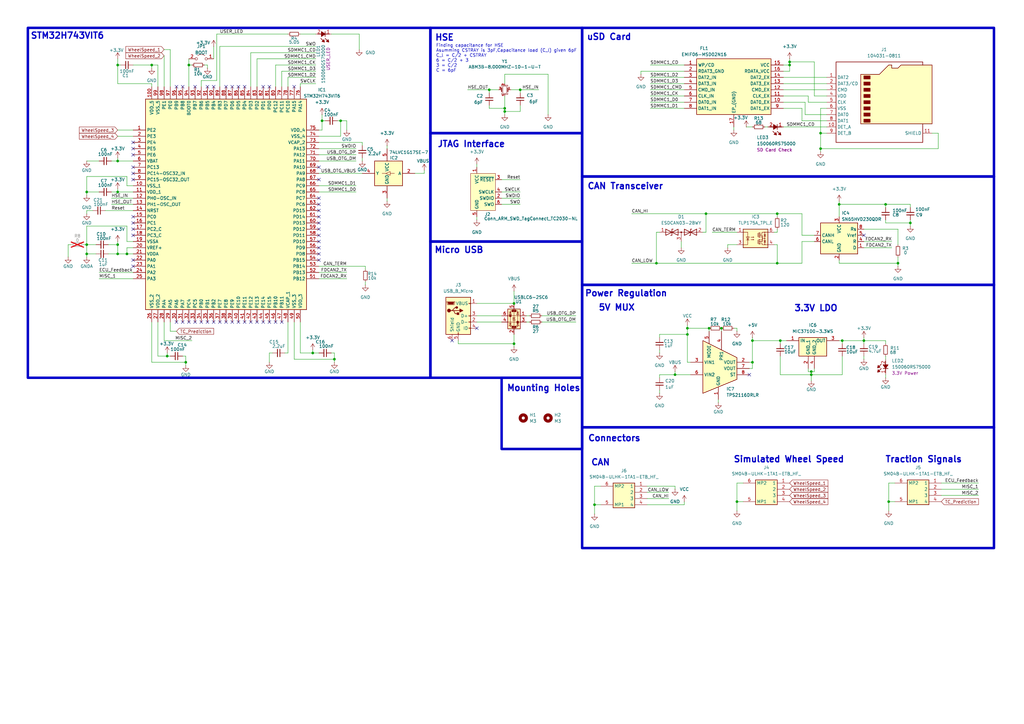
<source format=kicad_sch>
(kicad_sch (version 20250114) (generator "eeschema") (generator_version "9.0")
  (paper "A3")
  (title_block (title "SDM26 Nondimensional Traction Controll Module") (rev "V1.0"))
  (rectangle (start 176.53 54.61) (end 238.76 99.06) (stroke (width 1.016)))
  (rectangle (start 205.74 154.94) (end 238.76 184.15) (stroke (width 1.016)))
  (rectangle (start 176.53 99.06) (end 238.76 154.94) (stroke (width 1.016)))
  (rectangle (start 11.43 11.43) (end 176.53 154.94) (stroke (width 1.016)))
  (rectangle (start 238.76 72.39) (end 407.67 116.84) (stroke (width 1.016)))
  (rectangle (start 238.76 11.43) (end 407.67 72.39) (stroke (width 1.016)))
  (rectangle (start 238.76 116.84) (end 407.67 175.26) (stroke (width 1.016)))
  (rectangle (start 238.76 175.26) (end 407.67 224.79) (stroke (width 1.016)))
  (rectangle (start 176.53 11.43) (end 238.76 54.61) (stroke (width 1.016)))
  (text "HSE" (at 178.308 17.018 0) (effects (font (size 2.54 2.54) (thickness 0.512) (bold yes)) (justify left bottom)))
  (text "Power Regulation" (at 239.776 121.92 0) (effects (font (size 2.54 2.54) (thickness 0.512) (bold yes)) (justify left bottom)))
  (text "Traction Signals" (at 362.966 189.992 0) (effects (font (size 2.54 2.54) (thickness 0.512) (bold yes)) (justify left bottom)))
  (text "Mounting Holes" (at 207.772 160.782 0) (effects (font (size 2.56 2.56) (thickness 0.512) (bold yes)) (justify left bottom)))
  (text "Simulated Wheel Speed" (at 300.736 189.992 0) (effects (font (size 2.54 2.54) (thickness 0.512) (bold yes)) (justify left bottom)))
  (text "STM32H743VIT6" (at 12.446 16.256 0) (effects (font (size 2.54 2.54) (thickness 0.512) (bold yes)) (justify left bottom)))
  (text "uSD Card" (at 240.538 16.764 0) (effects (font (size 2.54 2.54) (thickness 0.512) (bold yes)) (justify left bottom)))
  (text "CAN" (at 242.316 191.262 0) (effects (font (size 2.54 2.54) (thickness 0.512) (bold yes)) (justify left bottom)))
  (text "CAN Transceiver" (at 240.792 77.978 0) (effects (font (size 2.54 2.54) (thickness 0.512) (bold yes)) (justify left bottom)))
  (text "JTAG Interface" (at 179.324 60.706 0) (effects (font (size 2.54 2.54) (thickness 0.512) (bold yes)) (justify left bottom)))
  (text "3.3V LDO" (at 325.628 128.016 0) (effects (font (size 2.54 2.54) (thickness 0.512) (bold yes)) (justify left bottom)))
  (text "5V MUX" (at 245.364 127.762 0) (effects (font (size 2.54 2.54) (thickness 0.512) (bold yes)) (justify left bottom)))
  (text "Finding capacitance for HSE \nAsumming CSTRAY is 3pF,Capacitance load (C_l) given 6pF\nC_l = C/2 + CSTRAY\n6 = C/2 + 3\n3 = C/2\nC = 6pF" (at 178.816 18.034 0) (effects (font (size 1.27 1.27)) (justify left top)))
  (text "Connectors" (at 241.046 181.356 0) (effects (font (size 2.54 2.54) (thickness 0.512) (bold yes)) (justify left bottom)))
  (text "Micro USB" (at 178.054 104.14 0) (effects (font (size 2.54 2.54) (thickness 0.512) (bold yes)) (justify left bottom)))
  (junction (at 132.08 49.53))
  (junction (at 137.16 147.32))
  (junction (at 332.74 152.4))
  (junction (at 368.3 107.95))
  (junction (at 364.49 205.74))
  (junction (at 345.44 139.7))
  (junction (at 308.61 148.59))
  (junction (at 336.55 60.96))
  (junction (at 213.36 36.83))
  (junction (at 76.2 148.59))
  (junction (at 139.7 49.53))
  (junction (at 77.47 26.67))
  (junction (at 128.27 144.78))
  (junction (at 35.56 78.74))
  (junction (at 48.26 66.04))
  (junction (at 281.94 137.16))
  (junction (at 302.26 205.74))
  (junction (at 35.56 100.33))
  (junction (at 48.26 78.74))
  (junction (at 373.38 91.44))
  (junction (at 281.94 134.62))
  (junction (at 207.01 45.72))
  (junction (at 318.77 107.95))
  (junction (at 320.04 139.7))
  (junction (at 344.17 83.82))
  (junction (at 62.23 26.67))
  (junction (at 68.58 146.05))
  (junction (at 318.77 87.63))
  (junction (at 200.66 36.83))
  (junction (at 308.61 139.7))
  (junction (at 289.56 87.63))
  (junction (at 35.56 104.14))
  (junction (at 269.24 107.95))
  (junction (at 276.86 153.67))
  (junction (at 210.82 124.46))
  (junction (at 295.91 134.62))
  (junction (at 48.26 104.14))
  (junction (at 52.07 104.14))
  (junction (at 48.26 100.33))
  (junction (at 354.33 139.7))
  (junction (at 336.55 54.61))
  (junction (at 363.22 83.82))
  (junction (at 207.01 44.45))
  (junction (at 332.74 153.67))
  (junction (at 48.26 26.67))
  (junction (at 323.85 26.67))
  (junction (at 210.82 140.97))
  (junction (at 243.84 207.01))
  (junction (at 290.83 134.62))
  (junction (at 323.85 25.4))
  (no_connect (at 92.71 132.08))
  (no_connect (at 87.63 35.56))
  (no_connect (at 130.81 104.14))
  (no_connect (at 54.61 96.52))
  (no_connect (at 100.33 35.56))
  (no_connect (at 130.81 81.28))
  (no_connect (at 130.81 88.9))
  (no_connect (at 54.61 88.9))
  (no_connect (at 130.81 96.52))
  (no_connect (at 72.39 35.56))
  (no_connect (at 54.61 73.66))
  (no_connect (at 54.61 71.12))
  (no_connect (at 110.49 132.08))
  (no_connect (at 100.33 132.08))
  (no_connect (at 102.87 132.08))
  (no_connect (at 307.34 153.67))
  (no_connect (at 54.61 60.96))
  (no_connect (at 130.81 99.06))
  (no_connect (at 110.49 35.56))
  (no_connect (at 54.61 58.42))
  (no_connect (at 85.09 132.08))
  (no_connect (at 130.81 91.44))
  (no_connect (at 354.33 96.52))
  (no_connect (at 87.63 132.08))
  (no_connect (at 54.61 68.58))
  (no_connect (at 130.81 86.36))
  (no_connect (at 130.81 83.82))
  (no_connect (at 95.25 35.56))
  (no_connect (at 130.81 68.58))
  (no_connect (at 92.71 35.56))
  (no_connect (at 130.81 106.68))
  (no_connect (at 120.65 35.56))
  (no_connect (at 115.57 132.08))
  (no_connect (at 105.41 132.08))
  (no_connect (at 82.55 132.08))
  (no_connect (at 97.79 132.08))
  (no_connect (at 54.61 91.44))
  (no_connect (at 195.58 134.62))
  (no_connect (at 130.81 93.98))
  (no_connect (at 130.81 73.66))
  (no_connect (at 54.61 109.22))
  (no_connect (at 185.42 139.7))
  (no_connect (at 95.25 132.08))
  (no_connect (at 74.93 132.08))
  (no_connect (at 130.81 101.6))
  (no_connect (at 113.03 132.08))
  (no_connect (at 85.09 35.56))
  (no_connect (at 80.01 35.56))
  (no_connect (at 74.93 35.56))
  (no_connect (at 97.79 35.56))
  (no_connect (at 107.95 35.56))
  (no_connect (at 54.61 63.5))
  (no_connect (at 80.01 132.08))
  (no_connect (at 72.39 132.08))
  (no_connect (at 90.17 132.08))
  (no_connect (at 77.47 132.08))
  (no_connect (at 54.61 106.68))
  (no_connect (at 107.95 132.08))
  (no_connect (at 54.61 93.98))
  (wire (pts (xy 276.86 199.39) (xy 276.86 200.66)))
  (wire (pts (xy 113.03 26.67) (xy 129.54 26.67)))
  (wire (pts (xy 344.17 107.95) (xy 368.3 107.95)))
  (wire (pts (xy 48.26 100.33) (xy 48.26 104.14)))
  (wire (pts (xy 320.04 139.7) (xy 320.04 140.97)))
  (wire (pts (xy 265.43 207.01) (xy 280.67 207.01)))
  (wire (pts (xy 69.85 135.89) (xy 72.39 135.89)))
  (wire (pts (xy 243.84 199.39) (xy 243.84 207.01)))
  (wire (pts (xy 332.74 153.67) (xy 332.74 156.21)))
  (wire (pts (xy 262.89 29.21) (xy 262.89 30.48)))
  (wire (pts (xy 54.61 26.67) (xy 62.23 26.67)))
  (wire (pts (xy 135.89 13.97) (xy 147.32 13.97)))
  (wire (pts (xy 129.54 13.97) (xy 123.19 13.97)))
  (wire (pts (xy 363.22 83.82) (xy 363.22 85.09)))
  (wire (pts (xy 48.26 104.14) (xy 52.07 104.14)))
  (wire (pts (xy 270.51 160.02) (xy 270.51 161.29)))
  (wire (pts (xy 354.33 139.7) (xy 363.22 139.7)))
  (wire (pts (xy 334.01 39.37) (xy 334.01 25.4)))
  (wire (pts (xy 269.24 107.95) (xy 318.77 107.95)))
  (wire (pts (xy 289.56 87.63) (xy 318.77 87.63)))
  (wire (pts (xy 35.56 86.36) (xy 38.1 86.36)))
  (wire (pts (xy 328.93 87.63) (xy 328.93 96.52)))
  (wire (pts (xy 35.56 104.14) (xy 35.56 105.41)))
  (wire (pts (xy 82.55 33.02) (xy 88.9 33.02)))
  (wire (pts (xy 289.56 87.63) (xy 289.56 95.25)))
  (wire (pts (xy 45.72 66.04) (xy 48.26 66.04)))
  (wire (pts (xy 200.66 36.83) (xy 204.47 36.83)))
  (wire (pts (xy 64.77 146.05) (xy 68.58 146.05)))
  (wire (pts (xy 158.75 59.69) (xy 158.75 60.96)))
  (wire (pts (xy 64.77 26.67) (xy 64.77 35.56)))
  (wire (pts (xy 266.7 36.83) (xy 280.67 36.83)))
  (wire (pts (xy 76.2 148.59) (xy 76.2 149.86)))
  (wire (pts (xy 48.26 53.34) (xy 54.61 53.34)))
  (wire (pts (xy 308.61 139.7) (xy 320.04 139.7)))
  (wire (pts (xy 48.26 26.67) (xy 48.26 34.29)))
  (wire (pts (xy 205.74 78.74) (xy 213.36 78.74)))
  (wire (pts (xy 270.51 95.25) (xy 269.24 95.25)))
  (wire (pts (xy 45.72 78.74) (xy 48.26 78.74)))
  (wire (pts (xy 320.04 153.67) (xy 332.74 153.67)))
  (wire (pts (xy 318.77 87.63) (xy 318.77 88.9)))
  (wire (pts (xy 224.79 30.48) (xy 224.79 46.99)))
  (wire (pts (xy 280.67 207.01) (xy 280.67 205.74)))
  (wire (pts (xy 318.77 107.95) (xy 318.77 100.33)))
  (wire (pts (xy 48.26 55.88) (xy 54.61 55.88)))
  (wire (pts (xy 132.08 49.53) (xy 133.35 49.53)))
  (wire (pts (xy 105.41 24.13) (xy 129.54 24.13)))
  (wire (pts (xy 120.65 132.08) (xy 120.65 147.32)))
  (wire (pts (xy 363.22 147.32) (xy 363.22 146.05)))
  (wire (pts (xy 102.87 21.59) (xy 129.54 21.59)))
  (wire (pts (xy 62.23 148.59) (xy 76.2 148.59)))
  (wire (pts (xy 35.56 92.71) (xy 35.56 100.33)))
  (wire (pts (xy 200.66 43.18) (xy 200.66 44.45)))
  (wire (pts (xy 130.81 58.42) (xy 148.59 58.42)))
  (wire (pts (xy 300.99 52.07) (xy 300.99 53.34)))
  (wire (pts (xy 270.51 137.16) (xy 281.94 137.16)))
  (wire (pts (xy 67.31 22.86) (xy 67.31 35.56)))
  (wire (pts (xy 118.11 35.56) (xy 118.11 31.75)))
  (wire (pts (xy 321.31 36.83) (xy 339.09 36.83)))
  (wire (pts (xy 339.09 44.45) (xy 336.55 44.45)))
  (wire (pts (xy 209.55 36.83) (xy 213.36 36.83)))
  (wire (pts (xy 368.3 105.41) (xy 368.3 107.95)))
  (wire (pts (xy 52.07 99.06) (xy 52.07 92.71)))
  (wire (pts (xy 304.8 198.12) (xy 302.26 198.12)))
  (wire (pts (xy 54.61 99.06) (xy 52.07 99.06)))
  (wire (pts (xy 62.23 132.08) (xy 62.23 148.59)))
  (wire (pts (xy 207.01 44.45) (xy 207.01 45.72)))
  (wire (pts (xy 27.94 105.41) (xy 27.94 100.33)))
  (wire (pts (xy 259.08 107.95) (xy 269.24 107.95)))
  (wire (pts (xy 69.85 132.08) (xy 69.85 135.89)))
  (wire (pts (xy 52.07 76.2) (xy 52.07 72.39)))
  (wire (pts (xy 130.81 78.74) (xy 146.05 78.74)))
  (wire (pts (xy 130.81 76.2) (xy 146.05 76.2)))
  (wire (pts (xy 207.01 30.48) (xy 224.79 30.48)))
  (wire (pts (xy 123.19 35.56) (xy 123.19 34.29)))
  (wire (pts (xy 48.26 66.04) (xy 48.26 64.77)))
  (wire (pts (xy 130.81 111.76) (xy 142.24 111.76)))
  (wire (pts (xy 354.33 146.05) (xy 354.33 147.32)))
  (wire (pts (xy 137.16 148.59) (xy 137.16 147.32)))
  (wire (pts (xy 386.08 200.66) (xy 401.32 200.66)))
  (wire (pts (xy 35.56 78.74) (xy 35.56 80.01)))
  (wire (pts (xy 307.34 151.13) (xy 308.61 151.13)))
  (wire (pts (xy 187.96 140.97) (xy 210.82 140.97)))
  (wire (pts (xy 187.96 139.7) (xy 187.96 140.97)))
  (wire (pts (xy 266.7 31.75) (xy 280.67 31.75)))
  (wire (pts (xy 306.07 52.07) (xy 308.61 52.07)))
  (wire (pts (xy 137.16 147.32) (xy 120.65 147.32)))
  (wire (pts (xy 207.01 45.72) (xy 213.36 45.72)))
  (wire (pts (xy 139.7 49.53) (xy 142.24 49.53)))
  (wire (pts (xy 149.86 115.57) (xy 149.86 116.84)))
  (wire (pts (xy 77.47 26.67) (xy 77.47 35.56)))
  (wire (pts (xy 280.67 29.21) (xy 262.89 29.21)))
  (wire (pts (xy 344.17 83.82) (xy 363.22 83.82)))
  (wire (pts (xy 147.32 13.97) (xy 147.32 20.32)))
  (wire (pts (xy 354.33 139.7) (xy 354.33 140.97)))
  (wire (pts (xy 328.93 44.45) (xy 328.93 49.53)))
  (wire (pts (xy 298.45 101.6) (xy 298.45 100.33)))
  (wire (pts (xy 345.44 139.7) (xy 354.33 139.7)))
  (wire (pts (xy 123.19 132.08) (xy 123.19 144.78)))
  (wire (pts (xy 332.74 152.4) (xy 332.74 153.67)))
  (wire (pts (xy 116.84 144.78) (xy 118.11 144.78)))
  (wire (pts (xy 288.29 95.25) (xy 289.56 95.25)))
  (wire (pts (xy 345.44 139.7) (xy 345.44 140.97)))
  (wire (pts (xy 195.58 124.46) (xy 210.82 124.46)))
  (wire (pts (xy 344.17 82.55) (xy 344.17 83.82)))
  (wire (pts (xy 331.47 151.13) (xy 331.47 152.4)))
  (wire (pts (xy 27.94 100.33) (xy 29.21 100.33)))
  (wire (pts (xy 384.81 54.61) (xy 384.81 60.96)))
  (wire (pts (xy 128.27 144.78) (xy 130.81 144.78)))
  (wire (pts (xy 69.85 35.56) (xy 69.85 20.32)))
  (wire (pts (xy 82.55 35.56) (xy 82.55 33.02)))
  (wire (pts (xy 62.23 26.67) (xy 62.23 27.94)))
  (wire (pts (xy 320.04 139.7) (xy 322.58 139.7)))
  (wire (pts (xy 74.93 146.05) (xy 76.2 146.05)))
  (wire (pts (xy 110.49 144.78) (xy 111.76 144.78)))
  (wire (pts (xy 54.61 76.2) (xy 52.07 76.2)))
  (wire (pts (xy 363.22 91.44) (xy 373.38 91.44)))
  (wire (pts (xy 345.44 146.05) (xy 345.44 153.67)))
  (wire (pts (xy 45.72 83.82) (xy 54.61 83.82)))
  (wire (pts (xy 207.01 45.72) (xy 207.01 46.99)))
  (wire (pts (xy 213.36 38.1) (xy 213.36 36.83)))
  (wire (pts (xy 68.58 146.05) (xy 69.85 146.05)))
  (wire (pts (xy 130.81 60.96) (xy 146.05 60.96)))
  (wire (pts (xy 330.2 46.99) (xy 339.09 46.99)))
  (wire (pts (xy 85.09 26.67) (xy 85.09 27.94)))
  (wire (pts (xy 115.57 29.21) (xy 129.54 29.21)))
  (wire (pts (xy 281.94 134.62) (xy 281.94 137.16)))
  (wire (pts (xy 213.36 43.18) (xy 213.36 45.72)))
  (wire (pts (xy 373.38 90.17) (xy 373.38 91.44)))
  (wire (pts (xy 336.55 54.61) (xy 336.55 60.96)))
  (wire (pts (xy 332.74 152.4) (xy 334.01 152.4)))
  (wire (pts (xy 328.93 99.06) (xy 334.01 99.06)))
  (wire (pts (xy 43.18 86.36) (xy 54.61 86.36)))
  (wire (pts (xy 205.74 83.82) (xy 213.36 83.82)))
  (wire (pts (xy 132.08 46.99) (xy 132.08 49.53)))
  (wire (pts (xy 330.2 41.91) (xy 330.2 46.99)))
  (wire (pts (xy 213.36 36.83) (xy 220.98 36.83)))
  (wire (pts (xy 130.81 71.12) (xy 148.59 71.12)))
  (wire (pts (xy 130.81 114.3) (xy 142.24 114.3)))
  (wire (pts (xy 336.55 44.45) (xy 336.55 54.61)))
  (wire (pts (xy 363.22 139.7) (xy 363.22 140.97)))
  (wire (pts (xy 48.26 77.47) (xy 48.26 78.74)))
  (wire (pts (xy 78.74 139.7) (xy 67.31 139.7)))
  (wire (pts (xy 373.38 83.82) (xy 373.38 85.09)))
  (wire (pts (xy 222.25 132.08) (xy 236.22 132.08)))
  (wire (pts (xy 195.58 67.31) (xy 195.58 68.58)))
  (wire (pts (xy 200.66 44.45) (xy 207.01 44.45)))
  (wire (pts (xy 266.7 41.91) (xy 280.67 41.91)))
  (wire (pts (xy 40.64 78.74) (xy 35.56 78.74)))
  (wire (pts (xy 246.38 199.39) (xy 243.84 199.39)))
  (wire (pts (xy 323.85 25.4) (xy 323.85 24.13)))
  (wire (pts (xy 118.11 31.75) (xy 129.54 31.75)))
  (wire (pts (xy 210.82 140.97) (xy 210.82 137.16)))
  (wire (pts (xy 215.9 132.08) (xy 217.17 132.08)))
  (wire (pts (xy 52.07 101.6) (xy 54.61 101.6)))
  (wire (pts (xy 368.3 93.98) (xy 368.3 100.33)))
  (wire (pts (xy 62.23 26.67) (xy 64.77 26.67)))
  (wire (pts (xy 52.07 72.39) (xy 35.56 72.39)))
  (wire (pts (xy 44.45 100.33) (xy 48.26 100.33)))
  (wire (pts (xy 118.11 13.97) (xy 88.9 13.97)))
  (wire (pts (xy 52.07 92.71) (xy 35.56 92.71)))
  (wire (pts (xy 270.51 143.51) (xy 270.51 144.78)))
  (wire (pts (xy 266.7 39.37) (xy 280.67 39.37)))
  (wire (pts (xy 44.45 104.14) (xy 48.26 104.14)))
  (wire (pts (xy 243.84 207.01) (xy 246.38 207.01)))
  (wire (pts (xy 308.61 148.59) (xy 308.61 151.13)))
  (wire (pts (xy 158.75 81.28) (xy 158.75 82.55)))
  (wire (pts (xy 149.86 109.22) (xy 149.86 110.49)))
  (wire (pts (xy 139.7 49.53) (xy 138.43 49.53)))
  (wire (pts (xy 334.01 25.4) (xy 323.85 25.4)))
  (wire (pts (xy 302.26 134.62) (xy 302.26 135.89)))
  (wire (pts (xy 128.27 143.51) (xy 128.27 144.78)))
  (wire (pts (xy 40.64 114.3) (xy 54.61 114.3)))
  (wire (pts (xy 323.85 26.67) (xy 323.85 25.4)))
  (wire (pts (xy 195.58 132.08) (xy 205.74 132.08)))
  (wire (pts (xy 354.33 138.43) (xy 354.33 139.7)))
  (wire (pts (xy 49.53 26.67) (xy 48.26 26.67)))
  (wire (pts (xy 123.19 34.29) (xy 129.54 34.29)))
  (wire (pts (xy 320.04 146.05) (xy 320.04 153.67)))
  (wire (pts (xy 265.43 201.93) (xy 274.32 201.93)))
  (wire (pts (xy 344.17 139.7) (xy 345.44 139.7)))
  (wire (pts (xy 321.31 34.29) (xy 339.09 34.29)))
  (wire (pts (xy 48.26 24.13) (xy 48.26 26.67)))
  (wire (pts (xy 321.31 31.75) (xy 339.09 31.75)))
  (wire (pts (xy 332.74 153.67) (xy 345.44 153.67)))
  (wire (pts (xy 45.72 81.28) (xy 54.61 81.28)))
  (wire (pts (xy 137.16 144.78) (xy 137.16 147.32)))
  (wire (pts (xy 52.07 101.6) (xy 52.07 104.14)))
  (wire (pts (xy 276.86 153.67) (xy 270.51 153.67)))
  (wire (pts (xy 87.63 19.05) (xy 87.63 24.13)))
  (wire (pts (xy 344.17 106.68) (xy 344.17 107.95)))
  (wire (pts (xy 321.31 44.45) (xy 328.93 44.45)))
  (wire (pts (xy 290.83 134.62) (xy 290.83 135.89)))
  (wire (pts (xy 77.47 26.67) (xy 78.74 26.67)))
  (wire (pts (xy 113.03 35.56) (xy 113.03 26.67)))
  (wire (pts (xy 321.31 39.37) (xy 331.47 39.37)))
  (wire (pts (xy 318.77 93.98) (xy 318.77 95.25)))
  (wire (pts (xy 318.77 87.63) (xy 328.93 87.63)))
  (wire (pts (xy 88.9 33.02) (xy 88.9 13.97)))
  (wire (pts (xy 207.01 39.37) (xy 207.01 44.45)))
  (wire (pts (xy 354.33 99.06) (xy 365.76 99.06)))
  (wire (pts (xy 318.77 100.33) (xy 317.5 100.33)))
  (wire (pts (xy 62.23 35.56) (xy 62.23 34.29)))
  (wire (pts (xy 170.18 71.12) (xy 173.99 71.12)))
  (wire (pts (xy 110.49 144.78) (xy 110.49 148.59)))
  (wire (pts (xy 318.77 95.25) (xy 317.5 95.25)))
  (wire (pts (xy 67.31 20.32) (xy 69.85 20.32)))
  (wire (pts (xy 142.24 49.53) (xy 142.24 53.34)))
  (wire (pts (xy 173.99 71.12) (xy 173.99 69.85)))
  (wire (pts (xy 321.31 52.07) (xy 339.09 52.07)))
  (wire (pts (xy 83.82 26.67) (xy 85.09 26.67)))
  (wire (pts (xy 266.7 44.45) (xy 280.67 44.45)))
  (wire (pts (xy 132.08 53.34) (xy 130.81 53.34)))
  (wire (pts (xy 118.11 132.08) (xy 118.11 144.78)))
  (wire (pts (xy 302.26 205.74) (xy 304.8 205.74)))
  (wire (pts (xy 48.26 66.04) (xy 54.61 66.04)))
  (wire (pts (xy 148.59 66.04) (xy 148.59 64.77)))
  (wire (pts (xy 281.94 134.62) (xy 290.83 134.62)))
  (wire (pts (xy 323.85 29.21) (xy 323.85 26.67)))
  (wire (pts (xy 90.17 19.05) (xy 129.54 19.05)))
  (wire (pts (xy 308.61 139.7) (xy 308.61 148.59)))
  (wire (pts (xy 328.93 107.95) (xy 328.93 99.06)))
  (wire (pts (xy 195.58 88.9) (xy 195.58 90.17)))
  (wire (pts (xy 336.55 62.23) (xy 336.55 60.96)))
  (wire (pts (xy 35.56 100.33) (xy 39.37 100.33)))
  (wire (pts (xy 331.47 152.4) (xy 332.74 152.4)))
  (wire (pts (xy 344.17 83.82) (xy 344.17 88.9)))
  (wire (pts (xy 205.74 73.66) (xy 213.36 73.66)))
  (wire (pts (xy 276.86 153.67) (xy 283.21 153.67)))
  (wire (pts (xy 205.74 81.28) (xy 213.36 81.28)))
  (wire (pts (xy 269.24 95.25) (xy 269.24 107.95)))
  (wire (pts (xy 384.81 60.96) (xy 336.55 60.96)))
  (wire (pts (xy 363.22 83.82) (xy 373.38 83.82)))
  (wire (pts (xy 77.47 24.13) (xy 77.47 26.67)))
  (wire (pts (xy 367.03 198.12) (xy 364.49 198.12)))
  (wire (pts (xy 382.27 54.61) (xy 384.81 54.61)))
  (wire (pts (xy 270.51 153.67) (xy 270.51 154.94)))
  (wire (pts (xy 336.55 54.61) (xy 339.09 54.61)))
  (wire (pts (xy 339.09 39.37) (xy 334.01 39.37)))
  (wire (pts (xy 67.31 139.7) (xy 67.31 132.08)))
  (wire (pts (xy 191.77 36.83) (xy 200.66 36.83)))
  (wire (pts (xy 48.26 78.74) (xy 54.61 78.74)))
  (wire (pts (xy 259.08 87.63) (xy 289.56 87.63)))
  (wire (pts (xy 90.17 35.56) (xy 90.17 19.05)))
  (wire (pts (xy 363.22 154.94) (xy 363.22 153.67)))
  (wire (pts (xy 354.33 93.98) (xy 368.3 93.98)))
  (wire (pts (xy 40.64 66.04) (xy 35.56 66.04)))
  (wire (pts (xy 321.31 41.91) (xy 330.2 41.91)))
  (wire (pts (xy 302.26 198.12) (xy 302.26 205.74)))
  (wire (pts (xy 298.45 100.33) (xy 302.26 100.33)))
  (wire (pts (xy 130.81 55.88) (xy 139.7 55.88)))
  (wire (pts (xy 281.94 133.35) (xy 281.94 134.62)))
  (wire (pts (xy 292.1 95.25) (xy 302.26 95.25)))
  (wire (pts (xy 321.31 26.67) (xy 323.85 26.67)))
  (wire (pts (xy 318.77 107.95) (xy 328.93 107.95)))
  (wire (pts (xy 210.82 140.97) (xy 210.82 142.24)))
  (wire (pts (xy 215.9 129.54) (xy 217.17 129.54)))
  (wire (pts (xy 35.56 104.14) (xy 39.37 104.14)))
  (wire (pts (xy 130.81 109.22) (xy 149.86 109.22)))
  (wire (pts (xy 308.61 138.43) (xy 308.61 139.7)))
  (wire (pts (xy 52.07 104.14) (xy 54.61 104.14)))
  (wire (pts (xy 48.26 99.06) (xy 48.26 100.33)))
  (wire (pts (xy 386.08 203.2) (xy 401.32 203.2)))
  (wire (pts (xy 300.99 134.62) (xy 302.26 134.62)))
  (wire (pts (xy 266.7 26.67) (xy 280.67 26.67)))
  (wire (pts (xy 207.01 30.48) (xy 207.01 34.29)))
  (wire (pts (xy 64.77 146.05) (xy 64.77 132.08)))
  (wire (pts (xy 76.2 146.05) (xy 76.2 148.59)))
  (wire (pts (xy 123.19 144.78) (xy 128.27 144.78)))
  (wire (pts (xy 68.58 144.78) (xy 68.58 146.05)))
  (wire (pts (xy 102.87 35.56) (xy 102.87 21.59)))
  (wire (pts (xy 368.3 107.95) (xy 368.3 109.22)))
  (wire (pts (xy 270.51 137.16) (xy 270.51 138.43)))
  (wire (pts (xy 279.4 99.06) (xy 279.4 101.6)))
  (wire (pts (xy 295.91 134.62) (xy 295.91 135.89)))
  (wire (pts (xy 115.57 35.56) (xy 115.57 29.21)))
  (wire (pts (xy 266.7 34.29) (xy 280.67 34.29)))
  (wire (pts (xy 328.93 49.53) (xy 339.09 49.53)))
  (wire (pts (xy 331.47 41.91) (xy 339.09 41.91)))
  (wire (pts (xy 265.43 199.39) (xy 276.86 199.39)))
  (wire (pts (xy 364.49 205.74) (xy 367.03 205.74)))
  (wire (pts (xy 222.25 129.54) (xy 236.22 129.54)))
  (wire (pts (xy 364.49 205.74) (xy 364.49 209.55)))
  (wire (pts (xy 363.22 90.17) (xy 363.22 91.44)))
  (wire (pts (xy 321.31 29.21) (xy 323.85 29.21)))
  (wire (pts (xy 386.08 198.12) (xy 401.32 198.12)))
  (wire (pts (xy 334.01 151.13) (xy 334.01 152.4)))
  (wire (pts (xy 130.81 66.04) (xy 146.05 66.04)))
  (wire (pts (xy 139.7 49.53) (xy 139.7 55.88)))
  (wire (pts (xy 200.66 38.1) (xy 200.66 36.83)))
  (wire (pts (xy 148.59 58.42) (xy 148.59 59.69)))
  (wire (pts (xy 328.93 96.52) (xy 334.01 96.52)))
  (wire (pts (xy 364.49 198.12) (xy 364.49 205.74)))
  (wire (pts (xy 354.33 101.6) (xy 365.76 101.6)))
  (wire (pts (xy 40.64 111.76) (xy 54.61 111.76)))
  (wire (pts (xy 105.41 35.56) (xy 105.41 24.13)))
  (wire (pts (xy 243.84 207.01) (xy 243.84 210.82)))
  (wire (pts (xy 210.82 119.38) (xy 210.82 124.46)))
  (wire (pts (xy 132.08 53.34) (xy 132.08 49.53)))
  (wire (pts (xy 373.38 92.71) (xy 373.38 91.44)))
  (wire (pts (xy 294.64 163.83) (xy 294.64 165.1)))
  (wire (pts (xy 302.26 205.74) (xy 302.26 209.55)))
  (wire (pts (xy 135.89 144.78) (xy 137.16 144.78)))
  (wire (pts (xy 265.43 204.47) (xy 274.32 204.47)))
  (wire (pts (xy 35.56 72.39) (xy 35.56 78.74)))
  (wire (pts (xy 281.94 148.59) (xy 283.21 148.59)))
  (wire (pts (xy 34.29 100.33) (xy 35.56 100.33)))
  (wire (pts (xy 195.58 129.54) (xy 205.74 129.54)))
  (wire (pts (xy 130.81 63.5) (xy 146.05 63.5)))
  (wire (pts (xy 35.56 87.63) (xy 35.56 86.36)))
  (wire (pts (xy 313.69 52.07) (xy 314.96 52.07)))
  (wire (pts (xy 331.47 39.37) (xy 331.47 41.91)))
  (wire (pts (xy 35.56 100.33) (xy 35.56 104.14)))
  (wire (pts (xy 48.26 34.29) (xy 62.23 34.29)))
  (wire (pts (xy 307.34 148.59) (xy 308.61 148.59)))
  (wire (pts (xy 281.94 137.16) (xy 281.94 148.59)))
  (wire (pts (xy 276.86 152.4) (xy 276.86 153.67)))
  (label "SDMMC1_D2" (at 129.54 31.75 180))
  (label "Reset" (at 45.72 86.36 0))
  (label "HSE_OUT" (at 45.72 83.82 0))
  (label "SDMMC1_D1" (at 146.05 76.2 180))
  (label "USB_OTG_DP" (at 236.22 129.54 180))
  (label "HSE_IN" (at 45.72 81.28 0))
  (label "HSE_OUT" (at 191.77 36.83 0))
  (label "SWDIO" (at 146.05 60.96 180))
  (label "SDMMC1_D3" (at 129.54 29.21 180))
  (label "FDCAN2_RX" (at 365.76 99.06 180))
  (label "CAN_LOW" (at 259.08 107.95 0))
  (label "USB_OTG_DM" (at 236.22 132.08 180))
  (label "FDCAN2_TX" (at 365.76 101.6 180))
  (label "SDMMC1_D3" (at 266.7 34.29 0))
  (label "SDMMC1_CK" (at 129.54 26.67 180))
  (label "USB_OTG_VBUS" (at 146.05 71.12 180))
  (label "USB_OTG_DP" (at 146.05 63.5 180))
  (label "SWCLK" (at 213.36 78.74 180))
  (label "SDMMC1_CMD" (at 129.54 24.13 180))
  (label "MISC_1" (at 401.32 200.66 180))
  (label "ECU_Feedback" (at 40.64 111.76 0))
  (label "SWO" (at 129.54 19.05 180))
  (label "CAN_HI" (at 274.32 204.47 180))
  (label "SDMMC1_CK" (at 266.7 39.37 0))
  (label "SWCLK" (at 129.54 34.29 180))
  (label "CAN_HI" (at 259.08 87.63 0))
  (label "FDCAN2_RX" (at 142.24 114.3 180))
  (label "ECU_Feedback" (at 401.32 198.12 180))
  (label "USER_LED" (at 90.17 13.97 0))
  (label "CAN_TERM" (at 292.1 95.25 0))
  (label "Reset" (at 213.36 73.66 180))
  (label "SWDIO" (at 213.36 81.28 180))
  (label "CAN_LOW" (at 274.32 201.93 180))
  (label "HSE_IN" (at 220.98 36.83 180))
  (label "FDCAN2_TX" (at 142.24 111.76 180))
  (label "USB_OTG_DM" (at 146.05 66.04 180))
  (label "SDMMC1_D0" (at 146.05 78.74 180))
  (label "SDMMC1_CMD" (at 266.7 36.83 0))
  (label "CAN_TERM" (at 142.24 109.22 180))
  (label "SDMMC1_CD" (at 322.58 52.07 0))
  (label "SDMMC1_D0" (at 266.7 41.91 0))
  (label "MISC_1" (at 40.64 114.3 0))
  (label "SDMMC1_CD" (at 129.54 21.59 180))
  (label "MISC_2" (at 78.74 139.7 180))
  (label "SDMMC1_D2" (at 266.7 31.75 0))
  (label "SDMMC1_D1" (at 266.7 44.45 0))
  (label "SWO" (at 213.36 83.82 180))
  (label "SDMMC1_CD" (at 266.7 26.67 0))
  (label "MISC_2" (at 401.32 203.2 180))
  (global_label "WheelSpeed_2" (shape input) (at 67.31 22.86 180) (property "Intersheetrefs" "${INTERSHEET_REFS}" (effects (hide yes))))
  (global_label "WheelSpeed_1" (shape input) (at 67.31 20.32 180) (property "Intersheetrefs" "${INTERSHEET_REFS}" (effects (hide yes))))
  (global_label "TC_Prediction" (shape input) (at 386.08 205.74 0) (property "Intersheetrefs" "${INTERSHEET_REFS}" (effects (hide yes))))
  (global_label "WheelSpeed_2" (shape input) (at 323.85 200.66 0) (property "Intersheetrefs" "${INTERSHEET_REFS}" (effects (hide yes))))
  (global_label "WheelSpeed_1" (shape input) (at 323.85 198.12 0) (property "Intersheetrefs" "${INTERSHEET_REFS}" (effects (hide yes))))
  (global_label "WheelSpeed_3" (shape input) (at 48.26 53.34 180) (property "Intersheetrefs" "${INTERSHEET_REFS}" (effects (hide yes))))
  (global_label "WheelSpeed_4" (shape input) (at 323.85 205.74 0) (property "Intersheetrefs" "${INTERSHEET_REFS}" (effects (hide yes))))
  (global_label "WheelSpeed_4" (shape input) (at 48.26 55.88 180) (property "Intersheetrefs" "${INTERSHEET_REFS}" (effects (hide yes))))
  (global_label "WheelSpeed_3" (shape input) (at 323.85 203.2 0) (property "Intersheetrefs" "${INTERSHEET_REFS}" (effects (hide yes))))
  (global_label "TC_Prediction" (shape input) (at 72.39 135.89 0) (property "Intersheetrefs" "${INTERSHEET_REFS}" (effects (hide yes))))
  (symbol (lib_id "power:GND") (at 363.22 154.94 0) (unit 1)
    (property "Reference" "#PWR049" (effects (hide yes)))
    (property "Value" "GND" (at 363.22 158.75 0))
    (property "Description" "Power symbol creates a global label with name \"GND\" , ground" (effects (hide yes)))
  )
  (symbol (lib_id "power:GND") (at 224.79 46.99 0) (unit 1)
    (property "Reference" "#PWR09" (effects (hide yes)))
    (property "Value" "GND" (at 224.79 52.07 0))
    (property "Description" "Power symbol creates a global label with name \"GND\" , ground" (effects (hide yes)))
  )
  (symbol (lib_id "Device:C_Small") (at 135.89 49.53 270) (unit 1)
    (property "Reference" "C4" (at 135.636 45.212 90) (effects (justify right)))
    (property "Value" "100nF" (at 138.938 46.99 90) (effects (justify right)))
    (property "Footprint" "Capacitor_SMD:C_0603_1608Metric" (effects (hide yes)))
  )
  (symbol (lib_id "SDM_VOLTAGE_REGULATORS:MIC37100-3.3WS") (at 322.58 140.97 0) (unit 1)
    (property "Reference" "IC6" (at 333.375 133.35 0))
    (property "Value" "MIC37100-3.3WS" (at 333.375 135.89 0))
    (property "Footprint" "SDM_MiscFootprint:SOT230P700X180-4N" (effects (hide yes)))
    (property "Datasheet" "https://datasheet.datasheetarchive.com/originals/dk/DKDS-15/281099.pdf" (effects (hide yes)))
    (property "Description" "LDO Voltage Regulators 1.0A Low Voltage uCap LDO Regulator" (effects (hide yes)))
    (property "Height" "1.8" (effects (hide yes)))
    (property "Mouser Part Number" "998-MIC37100-3.3WS" (effects (hide yes)))
    (property "Mouser Price/Stock" "https://www.mouser.co.uk/ProductDetail/Microchip-Technology/MIC37100-3.3WS?qs=kh6iOki%2FeLGN%252BjivEzt6Eg%3D%3D" (effects (hide yes)))
    (property "Manufacturer_Name" "Microchip" (effects (hide yes)))
    (property "Manufacturer_Part_Number" "MIC37100-3.3WS" (effects (hide yes)))
  )
  (symbol (lib_id "power:GND") (at 35.56 80.01 0) (unit 1)
    (property "Reference" "#PWR020" (effects (hide yes)))
    (property "Value" "GND" (at 35.56 85.09 0))
    (property "Description" "Power symbol creates a global label with name \"GND\" , ground" (effects (hide yes)))
  )
  (symbol (lib_id "Device:C_Small") (at 270.51 140.97 180) (unit 1)
    (property "Reference" "C13" (at 276.098 139.954 0) (effects (justify left)))
    (property "Value" "1uF" (at 276.098 141.732 0) (effects (justify left)))
    (property "Footprint" "Capacitor_SMD:C_0603_1608Metric" (effects (hide yes)))
  )
  (symbol (lib_id "SDM_LED:150060GS75000") (at 133.35 13.97 180) (unit 1)
    (property "Reference" "LED1" (at 130.556 23.368 90) (effects (justify right)))
    (property "Value" "150060GS75000" (at 132.588 34.29 90) (effects (justify right)))
    (property "Footprint" "SDM_MiscFootprint:LEDC1608X80N" (effects (hide yes)))
    (property "Datasheet" "https://componentsearchengine.com/Datasheets/2/150060GS75000.pdf" (effects (hide yes)))
    (property "Description" "Wurth Elektronik WL-SMCW 520 nm Green LED, 1608 (0603) Clear SMD package" (effects (hide yes)))
    (property "Measure" "USER_LED" (at 134.62 28.956 90) (effects (justify right)))
    (property "Height" "0.8" (effects (hide yes)))
    (property "Mouser Part Number" "710-150060GS75000" (effects (hide yes)))
    (property "Mouser Price/Stock" "https://www.mouser.co.uk/ProductDetail/Wurth-Elektronik/150060GS75000?qs=LlUlMxKIyB0UYkq5lDO8nA%3D%3D" (effects (hide yes)))
    (property "Manufacturer_Name" "Wurth Elektronik" (effects (hide yes)))
    (property "Manufacturer_Part_Number" "150060GS75000" (effects (hide yes)))
  )
  (symbol (lib_id "power:+3.3V") (at 128.27 143.51 0) (unit 1)
    (property "Reference" "#PWR039" (effects (hide yes)))
    (property "Value" "+3.3V" (at 128.27 138.43 0))
    (property "Description" "Power symbol creates a global label with name \"+3.3V\"" (effects (hide yes)))
  )
  (symbol (lib_id "SDM_CONNECTOR:SM04B-ULHK-1TA1-ETB_HF_") (at 386.08 205.74 180) (unit 1)
    (property "Reference" "J5" (at 376.555 191.77 0))
    (property "Value" "SM04B-ULHK-1TA1-ETB_HF_" (at 376.555 194.31 0))
    (property "Footprint" "SDM_MiscFootprint:SM04BULHK1TA1ETBHF" (effects (hide yes)))
    (property "Datasheet" "https://www.jst-mfg.com/product/pdf/eng/eULH.pdf?65dd9a2fd1056" (effects (hide yes)))
    (property "Description" "Automotive Connectors 4P ULH Series 0.50 SMT Side Entry Header Key 1 Tin Black" (effects (hide yes)))
    (property "Height" "3.5" (effects (hide yes)))
    (property "Mouser Part Number" "306-SM4BULH1TA1ETBHF" (effects (hide yes)))
    (property "Mouser Price/Stock" "https://www.mouser.co.uk/ProductDetail/JST-Automotive/SM04B-ULHK-1TA1-ETBHF?qs=T%252BzbugeAwjhMN2sH8j2Cng%3D%3D" (effects (hide yes)))
    (property "Manufacturer_Name" "JST (JAPAN SOLDERLESS TERMINALS)" (effects (hide yes)))
    (property "Manufacturer_Part_Number" "SM04B-ULHK-1TA1-ETB(HF)" (effects (hide yes)))
  )
  (symbol (lib_id "Device:C_Small") (at 43.18 66.04 270) (unit 1)
    (property "Reference" "C6" (at 43.942 61.468 90) (effects (justify right)))
    (property "Value" "100nF" (at 46.2473 63.246 90) (effects (justify right)))
    (property "Footprint" "Capacitor_SMD:C_0603_1608Metric" (effects (hide yes)))
  )
  (symbol (lib_id "power:GND") (at 262.89 30.48 0) (unit 1)
    (property "Reference" "#PWR05" (effects (hide yes)))
    (property "Value" "GND" (at 262.89 35.56 0))
    (property "Description" "Power symbol creates a global label with name \"GND\" , ground" (effects (hide yes)))
  )
  (symbol (lib_name "ABM3B-8.000MHZ-10-1-U-T_1") (lib_id "SDM_CRYSTAL_HSE:ABM3B-8.000MHZ-10-1-U-T") (at 207.01 36.83 180) (unit 1)
    (property "Reference" "Y1" (at 207.01 25.146 0))
    (property "Value" "ABM3B-8.000MHZ-10-1-U-T" (at 207.01 27.432 0))
    (property "Footprint" "SDM_MiscFootprint:ABM3B" (effects (hide yes)))
    (property "Datasheet" "https://abracon.com/Resonators/abm3b.pdf" (effects (hide yes)))
    (property "Description" "8 MHz +/-10ppm Crystal 10pF 200 Ohms 4-SMD, No Lead" (effects (hide yes)))
    (property "Height" "1.1" (effects (hide yes)))
    (property "Mouser Part Number" "815-ABM3B8MHZ101UT" (effects (hide yes)))
    (property "Mouser Price/Stock" "https://www.mouser.co.uk/ProductDetail/ABRACON/ABM3B-8.000MHZ-10-1-U-T?qs=axzvp2Rdp5%252B1td01iPkwcw%3D%3D" (effects (hide yes)))
    (property "Manufacturer_Name" "ABRACON" (effects (hide yes)))
    (property "Manufacturer_Part_Number" "ABM3B-8.000MHZ-10-1-U-T" (effects (hide yes)))
  )
  (symbol (lib_id "power:GND") (at 62.23 27.94 0) (unit 1)
    (property "Reference" "#PWR06" (effects (hide yes)))
    (property "Value" "GND" (at 62.23 33.02 0))
    (property "Description" "Power symbol creates a global label with name \"GND\" , ground" (effects (hide yes)))
  )
  (symbol (lib_id "SDM_USD:104031-0811") (at 359.41 40.64 0) (unit 1)
    (property "Reference" "J1" (at 362.585 20.32 0))
    (property "Value" "104031-0811" (at 362.585 22.86 0))
    (property "Footprint" "SDM_MiscFootprint:1040310811" (effects (hide yes)))
    (property "Datasheet" "http://www.molex.com/webdocs/datasheets/pdf/en-us/1040310811_MEMORY_CARD_SOCKET.pdf" (effects (hide yes)))
    (property "Description" "microSD 1.10mm SMT push-pull memory card microSD 1.10mm SMT push-pull memory card" (effects (hide yes)))
    (property "Height" "1.42" (effects (hide yes)))
    (property "Mouser Part Number" "538-104031-0811" (effects (hide yes)))
    (property "Mouser Price/Stock" "https://www.mouser.co.uk/ProductDetail/Molex/104031-0811?qs=udsGRKD4nA3Tvy7wqky%252BuA%3D%3D" (effects (hide yes)))
    (property "Manufacturer_Name" "Molex" (effects (hide yes)))
    (property "Manufacturer_Part_Number" "104031-0811" (effects (hide yes)))
  )
  (symbol (lib_id "SDM_MICRO_CONTROLLER:STM32H743VIT6") (at 54.61 53.34 0) (unit 1)
    (property "Reference" "IC1" (at 132.08 36.83 0))
    (property "Value" "STM32H743VIT6" (at 132.08 39.37 0))
    (property "Footprint" "SDM_MiscFootprint:QFP50P1600X1600X160-100L" (effects (hide yes)))
    (property "Datasheet" "https://www.st.com/resource/en/datasheet/stm32h743vi.pdf" (effects (hide yes)))
    (property "Description" "ARM Microcontrollers - MCU High-performance and DSP with DP-FPU, ARM Cortex-M7 MCU with 2MBytes Flash, 1MB RAM, 400 MHz CPU, Art Accelerator, L1 cache, external memory interface, large set of peripherals" (effects (hide yes)))
    (property "Height" "1.6" (effects (hide yes)))
    (property "Mouser Part Number" "511-STM32H743VIT6" (effects (hide yes)))
    (property "Mouser Price/Stock" "https://www.mouser.co.uk/ProductDetail/STMicroelectronics/STM32H743VIT6?qs=FNcb6ahWXRw0Me5k2ZHgWw%3D%3D" (effects (hide yes)))
    (property "Manufacturer_Name" "STMicroelectronics" (effects (hide yes)))
    (property "Manufacturer_Part_Number" "STM32H743VIT6" (effects (hide yes)))
  )
  (symbol (lib_id "power:GND") (at 210.82 142.24 0) (unit 1)
    (property "Reference" "#PWR037" (effects (hide yes)))
    (property "Value" "GND" (at 210.82 147.32 0))
    (property "Description" "Power symbol creates a global label with name \"GND\" , ground" (effects (hide yes)))
  )
  (symbol (lib_id "power:GND") (at 294.64 165.1 0) (unit 1)
    (property "Reference" "#PWR051" (effects (hide yes)))
    (property "Value" "GND" (at 294.64 168.91 0))
    (property "Description" "Power symbol creates a global label with name \"GND\" , ground" (effects (hide yes)))
  )
  (symbol (lib_id "SDM_LED:150060RS75000") (at 321.31 52.07 180) (unit 1)
    (property "Reference" "LED3" (at 310.388 56.388 0) (effects (justify right)))
    (property "Value" "150060RS75000" (at 310.388 58.928 0) (effects (justify right)))
    (property "Footprint" "SDM_MiscFootprint:LEDC1608X80N" (effects (hide yes)))
    (property "Datasheet" "https://www.we-online.com/components/products/datasheet/150060RS75000.pdf" (effects (hide yes)))
    (property "Description" "WURTH ELEKTRONIK - 150060RS75000 - LED, 0603, RED, 250MCD, 625NM" (effects (hide yes)))
    (property "Measure" "SD Card Check" (at 310.388 61.468 0) (effects (justify right)))
    (property "Height" "0.8" (effects (hide yes)))
    (property "Mouser Part Number" "710-150060RS75000" (effects (hide yes)))
    (property "Mouser Price/Stock" "https://www.mouser.co.uk/ProductDetail/Wurth-Elektronik/150060RS75000?qs=LlUlMxKIyB3QnmZ3fw%2FVCA%3D%3D" (effects (hide yes)))
    (property "Manufacturer_Name" "Wurth Elektronik" (effects (hide yes)))
    (property "Manufacturer_Part_Number" "150060RS75000" (effects (hide yes)))
  )
  (symbol (lib_id "power:VBUS") (at 173.99 69.85 0) (unit 1)
    (property "Reference" "#PWR018" (effects (hide yes)))
    (property "Value" "VBUS" (at 173.482 66.04 0))
    (property "Description" "Power symbol creates a global label with name \"VBUS\"" (effects (hide yes)))
  )
  (symbol (lib_id "Device:R_Small") (at 219.71 129.54 90) (unit 1)
    (property "Reference" "R5" (at 219.71 127.508 90))
    (property "Value" "27" (at 219.71 125.73 90))
    (property "Footprint" "Resistor_SMD:R_0603_1608Metric" (effects (hide yes)))
  )
  (symbol (lib_id "power:GND") (at 147.32 20.32 0) (unit 1)
    (property "Reference" "#PWR060" (effects (hide yes)))
    (property "Value" "GND" (at 149.86 21.5899 0) (effects (justify left)))
    (property "Description" "Power symbol creates a global label with name \"GND\" , ground" (effects (hide yes)))
  )
  (symbol (lib_id "power:GND") (at 373.38 92.71 0) (unit 1)
    (property "Reference" "#PWR024" (effects (hide yes)))
    (property "Value" "GND" (at 373.38 97.79 0))
    (property "Description" "Power symbol creates a global label with name \"GND\" , ground" (effects (hide yes)))
  )
  (symbol (lib_id "Device:R_Small") (at 368.3 102.87 0) (mirror x) (unit 1)
    (property "Reference" "R3" (at 371.348 101.854 0))
    (property "Value" "0" (at 371.348 103.632 0))
    (property "Footprint" "Resistor_SMD:R_0603_1608Metric" (effects (hide yes)))
  )
  (symbol (lib_id "power:GND") (at 142.24 53.34 0) (unit 1)
    (property "Reference" "#PWR010" (effects (hide yes)))
    (property "Value" "GND" (at 142.24 57.15 0))
    (property "Description" "Power symbol creates a global label with name \"GND\" , ground" (effects (hide yes)))
  )
  (symbol (lib_id "Device:C_Small") (at 41.91 104.14 90) (unit 1)
    (property "Reference" "C11" (at 44.196 106.68 90) (effects (justify left)))
    (property "Value" "1uF" (at 44.196 108.458 90) (effects (justify left)))
    (property "Footprint" "Capacitor_SMD:C_0603_1608Metric" (effects (hide yes)))
  )
  (symbol (lib_id "power:GND") (at 298.45 101.6 0) (unit 1)
    (property "Reference" "#PWR027" (effects (hide yes)))
    (property "Value" "GND" (at 298.45 106.68 0))
    (property "Description" "Power symbol creates a global label with name \"GND\" , ground" (effects (hide yes)))
  )
  (symbol (lib_id "Mechanical:MountingHole") (at 224.79 171.45 0) (unit 1)
    (property "Reference" "H2" (at 227.33 170.18 0) (effects (justify left)))
    (property "Value" "M3" (at 227.33 172.72 0) (effects (justify left)))
    (property "Footprint" "MountingHole:MountingHole_3.2mm_M3" (effects (hide yes)))
  )
  (symbol (lib_id "Device:R_Small") (at 81.28 26.67 270) (unit 1)
    (property "Reference" "R1" (at 80.899 28.575 90))
    (property "Value" "10k" (at 81.28 30.226 90))
    (property "Footprint" "Resistor_SMD:R_0603_1608Metric" (effects (hide yes)))
  )
  (symbol (lib_id "power:+3.3V") (at 323.85 24.13 0) (unit 1)
    (property "Reference" "#PWR02" (effects (hide yes)))
    (property "Value" "+3.3V" (at 323.85 19.05 0))
    (property "Description" "Power symbol creates a global label with name \"+3.3V\"" (effects (hide yes)))
  )
  (symbol (lib_id "Device:R_Small") (at 293.37 134.62 90) (unit 1)
    (property "Reference" "R7" (at 292.608 131.064 90))
    (property "Value" "10k" (at 293.116 132.842 90))
    (property "Footprint" "Resistor_SMD:R_0603_1608Metric" (effects (hide yes)))
  )
  (symbol (lib_id "power:+3.3V") (at 344.17 82.55 0) (unit 1)
    (property "Reference" "#PWR022" (effects (hide yes)))
    (property "Value" "+3.3V" (at 344.17 77.47 0))
    (property "Description" "Power symbol creates a global label with name \"+3.3V\"" (effects (hide yes)))
  )
  (symbol (lib_id "Mechanical:MountingHole") (at 214.63 171.45 0) (unit 1)
    (property "Reference" "H1" (at 217.17 170.18 0) (effects (justify left)))
    (property "Value" "M3" (at 217.17 172.72 0) (effects (justify left)))
    (property "Footprint" "MountingHole:MountingHole_3.2mm_M3" (effects (hide yes)))
  )
  (symbol (lib_id "Device:R_Small") (at 363.22 143.51 0) (mirror y) (unit 1)
    (property "Reference" "R11" (at 367.03 142.748 0))
    (property "Value" "68" (at 366.268 144.526 0))
    (property "Footprint" "Resistor_SMD:R_0603_1608Metric" (effects (hide yes)))
  )
  (symbol (lib_id "SDM_CONNECTOR:SM04B-ULHK-1TA1-ETB_HF_") (at 265.43 207.01 180) (unit 1)
    (property "Reference" "J6" (at 255.905 193.04 0))
    (property "Value" "SM04B-ULHK-1TA1-ETB_HF_" (at 255.905 195.58 0))
    (property "Footprint" "SDM_MiscFootprint:SM04BULHK1TA1ETBHF" (effects (hide yes)))
    (property "Datasheet" "https://www.jst-mfg.com/product/pdf/eng/eULH.pdf?65dd9a2fd1056" (effects (hide yes)))
    (property "Description" "Automotive Connectors 4P ULH Series 0.50 SMT Side Entry Header Key 1 Tin Black" (effects (hide yes)))
    (property "Height" "3.5" (effects (hide yes)))
    (property "Mouser Part Number" "306-SM4BULH1TA1ETBHF" (effects (hide yes)))
    (property "Mouser Price/Stock" "https://www.mouser.co.uk/ProductDetail/JST-Automotive/SM04B-ULHK-1TA1-ETBHF?qs=T%252BzbugeAwjhMN2sH8j2Cng%3D%3D" (effects (hide yes)))
    (property "Manufacturer_Name" "JST (JAPAN SOLDERLESS TERMINALS)" (effects (hide yes)))
    (property "Manufacturer_Part_Number" "SM04B-ULHK-1TA1-ETB(HF)" (effects (hide yes)))
  )
  (symbol (lib_id "Jumper:Jumper_2_Open") (at 82.55 24.13 0) (mirror y) (unit 1)
    (property "Reference" "JP1" (at 82.55 19.05 0))
    (property "Value" "BOOT" (at 82.55 21.59 0))
    (property "Footprint" "Connector_PinHeader_2.54mm:PinHeader_1x02_P2.54mm_Vertical" (effects (hide yes)))
  )
  (symbol (lib_id "power:GND") (at 302.26 209.55 0) (unit 1)
    (property "Reference" "#PWR054" (effects (hide yes)))
    (property "Value" "GND" (at 302.26 214.63 0))
    (property "Description" "Power symbol creates a global label with name \"GND\" , ground" (effects (hide yes)))
  )
  (symbol (lib_id "Device:R_Small") (at 219.71 132.08 270) (unit 1)
    (property "Reference" "R6" (at 219.71 134.112 90))
    (property "Value" "27" (at 219.71 135.89 90))
    (property "Footprint" "Resistor_SMD:R_0603_1608Metric" (effects (hide yes)))
  )
  (symbol (lib_id "power:+3.3V") (at 48.26 24.13 0) (unit 1)
    (property "Reference" "#PWR04" (effects (hide yes)))
    (property "Value" "+3.3V" (at 47.752 20.574 0))
    (property "Description" "Power symbol creates a global label with name \"+3.3V\"" (effects (hide yes)))
  )
  (symbol (lib_id "Device:C_Small") (at 320.04 143.51 180) (unit 1)
    (property "Reference" "C17" (at 323.596 142.494 0))
    (property "Value" "10uF" (at 324.104 144.272 0))
    (property "Footprint" "Capacitor_SMD:C_0603_1608Metric" (effects (hide yes)))
  )
  (symbol (lib_id "power:VCC") (at 281.94 133.35 0) (unit 1)
    (property "Reference" "#PWR033" (effects (hide yes)))
    (property "Value" "VCC" (at 281.94 129.54 0))
    (property "Description" "Power symbol creates a global label with name \"VCC\"" (effects (hide yes)))
  )
  (symbol (lib_id "Device:R_Small") (at 311.15 52.07 90) (mirror x) (unit 1)
    (property "Reference" "R13" (at 311.15 48.514 90))
    (property "Value" "68" (at 311.15 50.292 90))
    (property "Footprint" "Resistor_SMD:R_0603_1608Metric" (effects (hide yes)))
  )
  (symbol (lib_id "power:GND") (at 35.56 87.63 0) (unit 1)
    (property "Reference" "#PWR058" (effects (hide yes)))
    (property "Value" "GND" (at 35.56 91.44 0))
    (property "Description" "Power symbol creates a global label with name \"GND\" , ground" (effects (hide yes)))
  )
  (symbol (lib_id "power:+3.3V") (at 195.58 67.31 0) (unit 1)
    (property "Reference" "#PWR017" (effects (hide yes)))
    (property "Value" "+3.3V" (at 195.58 62.23 0))
    (property "Description" "Power symbol creates a global label with name \"+3.3V\"" (effects (hide yes)))
  )
  (symbol (lib_id "power:VCC") (at 280.67 205.74 0) (unit 1)
    (property "Reference" "#PWR052" (effects (hide yes)))
    (property "Value" "VCC" (at 280.67 200.66 0))
    (property "Description" "Power symbol creates a global label with name \"VCC\"" (effects (hide yes)))
  )
  (symbol (lib_id "power:GND") (at 149.86 116.84 0) (unit 1)
    (property "Reference" "#PWR059" (effects (hide yes)))
    (property "Value" "GND" (at 149.86 121.92 0))
    (property "Description" "Power symbol creates a global label with name \"GND\" , ground" (effects (hide yes)))
  )
  (symbol (lib_id "power:+3.3V") (at 354.33 138.43 0) (unit 1)
    (property "Reference" "#PWR041" (effects (hide yes)))
    (property "Value" "+3.3V" (at 354.33 134.62 0))
    (property "Description" "Power symbol creates a global label with name \"+3.3V\"" (effects (hide yes)))
  )
  (symbol (lib_id "power:GND") (at 85.09 27.94 0) (mirror y) (unit 1)
    (property "Reference" "#PWR03" (effects (hide yes)))
    (property "Value" "GND" (at 85.09 31.496 0))
    (property "Description" "Power symbol creates a global label with name \"GND\" , ground" (effects (hide yes)))
  )
  (symbol (lib_id "Device:R_Small") (at 31.75 100.33 270) (mirror x) (unit 1) (dnp yes)
    (property "Reference" "R8" (at 31.75 96.774 90))
    (property "Value" "0" (at 31.75 98.552 90))
    (property "Footprint" "Resistor_SMD:R_0603_1608Metric" (effects (hide yes)))
  )
  (symbol (lib_id "SDM_CONNECTOR:SM04B-ULHK-1TA1-ETB_HF_") (at 323.85 205.74 180) (unit 1)
    (property "Reference" "J4" (at 314.325 191.77 0))
    (property "Value" "SM04B-ULHK-1TA1-ETB_HF_" (at 314.325 194.31 0))
    (property "Footprint" "SDM_MiscFootprint:SM04BULHK1TA1ETBHF" (effects (hide yes)))
    (property "Datasheet" "https://www.jst-mfg.com/product/pdf/eng/eULH.pdf?65dd9a2fd1056" (effects (hide yes)))
    (property "Description" "Automotive Connectors 4P ULH Series 0.50 SMT Side Entry Header Key 1 Tin Black" (effects (hide yes)))
    (property "Height" "3.5" (effects (hide yes)))
    (property "Mouser Part Number" "306-SM4BULH1TA1ETBHF" (effects (hide yes)))
    (property "Mouser Price/Stock" "https://www.mouser.co.uk/ProductDetail/JST-Automotive/SM04B-ULHK-1TA1-ETBHF?qs=T%252BzbugeAwjhMN2sH8j2Cng%3D%3D" (effects (hide yes)))
    (property "Manufacturer_Name" "JST (JAPAN SOLDERLESS TERMINALS)" (effects (hide yes)))
    (property "Manufacturer_Part_Number" "SM04B-ULHK-1TA1-ETB(HF)" (effects (hide yes)))
  )
  (symbol (lib_id "power:+3.3V") (at 306.07 52.07 0) (unit 1)
    (property "Reference" "#PWR032" (effects (hide yes)))
    (property "Value" "+3.3V" (at 303.784 48.26 0))
    (property "Description" "Power symbol creates a global label with name \"+3.3V\"" (effects (hide yes)))
  )
  (symbol (lib_id "Device:C_Small") (at 363.22 87.63 0) (mirror y) (unit 1)
    (property "Reference" "C8" (at 366.014 88.138 0) (effects (justify right)))
    (property "Value" "100nF" (at 366.014 86.36 0) (effects (justify right)))
    (property "Footprint" "Capacitor_SMD:C_0603_1608Metric" (effects (hide yes)))
  )
  (symbol (lib_id "Device:C_Small") (at 213.36 40.64 0) (mirror x) (unit 1)
    (property "Reference" "C3" (at 218.694 39.116 0) (effects (justify right)))
    (property "Value" "6pF" (at 220.726 41.656 0) (effects (justify right)))
    (property "Footprint" "Capacitor_SMD:C_0603_1608Metric" (effects (hide yes)))
  )
  (symbol (lib_id "power:+3.3V") (at 48.26 64.77 0) (unit 1)
    (property "Reference" "#PWR014" (effects (hide yes)))
    (property "Value" "+3.3V" (at 48.26 60.96 0))
    (property "Description" "Power symbol creates a global label with name \"+3.3V\"" (effects (hide yes)))
  )
  (symbol (lib_id "power:VBUS") (at 210.82 119.38 0) (unit 1)
    (property "Reference" "#PWR031" (effects (hide yes)))
    (property "Value" "VBUS" (at 210.82 114.3 0))
    (property "Description" "Power symbol creates a global label with name \"VBUS\"" (effects (hide yes)))
  )
  (symbol (lib_id "Device:C_Small") (at 373.38 87.63 0) (mirror y) (unit 1)
    (property "Reference" "C9" (at 375.666 88.138 0) (effects (justify right)))
    (property "Value" "100nF" (at 375.412 85.852 0) (effects (justify right)))
    (property "Footprint" "Capacitor_SMD:C_0603_1608Metric" (effects (hide yes)))
  )
  (symbol (lib_id "power:GND") (at 27.94 105.41 0) (unit 1)
    (property "Reference" "#PWR030" (effects (hide yes)))
    (property "Value" "GND" (at 27.94 109.22 0))
    (property "Description" "Power symbol creates a global label with name \"GND\" , ground" (effects (hide yes)))
  )
  (symbol (lib_id "SDM_LOGIC:TPS2116DRLR") (at 293.37 151.13 0) (unit 1)
    (property "Reference" "IC7" (at 297.942 159.512 0) (effects (justify left)))
    (property "Value" "TPS2116DRLR" (at 297.942 162.052 0) (effects (justify left)))
    (property "Footprint" "SDM_MiscFootprint:SOTFL50P160X60-8L" (effects (hide yes)))
    (property "Datasheet" "https://www.ti.com/lit/gpn/tps2116" (effects (hide yes)))
    (property "Description" "d" (effects (hide yes)))
    (property "Height" "0.6" (effects (hide yes)))
    (property "Mouser Part Number" "595-TPS2116DRLR" (effects (hide yes)))
    (property "Mouser Price/Stock" "https://www.mouser.co.uk/ProductDetail/Texas-Instruments/TPS2116DRLR?qs=aP1CjGhiNiGo3XAyXcVPaQ%3D%3D" (effects (hide yes)))
    (property "Manufacturer_Name" "Texas Instruments" (effects (hide yes)))
    (property "Manufacturer_Part_Number" "TPS2116DRLR" (effects (hide yes)))
  )
  (symbol (lib_id "power:+3.3V") (at 48.26 77.47 0) (unit 1)
    (property "Reference" "#PWR019" (effects (hide yes)))
    (property "Value" "+3.3V" (at 48.26 73.66 0))
    (property "Description" "Power symbol creates a global label with name \"+3.3V\"" (effects (hide yes)))
  )
  (symbol (lib_id "SDM_LOGIC:74LVC1G17SE-7") (at 158.75 71.12 0) (mirror y) (unit 1)
    (property "Reference" "IC2" (at 161.544 64.77 0))
    (property "Value" "74LVC1G17SE-7" (at 167.64 62.484 0))
    (property "Footprint" "SDM_MiscFootprint:SOT65P210X110-5L" (effects (hide yes)))
    (property "Datasheet" "https://www.diodes.com//assets/Datasheets/74LVC1G17.pdf" (effects (hide yes)))
    (property "Description" "DiodesZetex 74LVC1G17SE-7, Buffer, Push-Pull, Non-Inverting, 1.65  5.5 V, 5-Pin SOT-353" (effects (hide yes)))
    (property "Height" "1.1" (effects (hide yes)))
    (property "Mouser Part Number" "621-74LVC1G17SE-7" (effects (hide yes)))
    (property "Mouser Price/Stock" "https://www.mouser.co.uk/ProductDetail/Diodes-Incorporated/74LVC1G17SE-7?qs=FRHfhEBFk1dzIcstjqNcyA%3D%3D" (effects (hide yes)))
    (property "Manufacturer_Name" "Diodes Incorporated" (effects (hide yes)))
    (property "Manufacturer_Part_Number" "74LVC1G17SE-7" (effects (hide yes)))
  )
  (symbol (lib_id "power:GND") (at 270.51 161.29 0) (unit 1)
    (property "Reference" "#PWR048" (effects (hide yes)))
    (property "Value" "GND" (at 270.51 166.37 0))
    (property "Description" "Power symbol creates a global label with name \"GND\" , ground" (effects (hide yes)))
  )
  (symbol (lib_id "Device:C_Small") (at 200.66 40.64 0) (mirror y) (unit 1)
    (property "Reference" "C2" (at 198.12 39.37 0) (effects (justify left)))
    (property "Value" "6pF" (at 198.12 41.91 0) (effects (justify left)))
    (property "Footprint" "Capacitor_SMD:C_0603_1608Metric" (effects (hide yes)))
  )
  (symbol (lib_id "Device:C_Small") (at 114.3 144.78 270) (unit 1)
    (property "Reference" "C15" (at 114.3 140.208 90) (effects (justify right)))
    (property "Value" "2.2uF" (at 117.094 141.986 90) (effects (justify right)))
    (property "Footprint" "Capacitor_SMD:C_0603_1608Metric" (effects (hide yes)))
  )
  (symbol (lib_id "power:+3.3V") (at 48.26 99.06 0) (unit 1)
    (property "Reference" "#PWR025" (effects (hide yes)))
    (property "Value" "+3.3V" (at 48.26 93.98 0))
    (property "Description" "Power symbol creates a global label with name \"+3.3V\"" (effects (hide yes)))
  )
  (symbol (lib_id "SDM_LED:150060RS75000") (at 363.22 153.67 90) (unit 1)
    (property "Reference" "LED2" (at 365.76 147.9549 90) (effects (justify right)))
    (property "Value" "150060RS75000" (at 365.76 150.4949 90) (effects (justify right)))
    (property "Footprint" "SDM_MiscFootprint:LEDC1608X80N" (effects (hide yes)))
    (property "Datasheet" "https://www.we-online.com/components/products/datasheet/150060RS75000.pdf" (effects (hide yes)))
    (property "Description" "WURTH ELEKTRONIK - 150060RS75000 - LED, 0603, RED, 250MCD, 625NM" (effects (hide yes)))
    (property "Measure" "3.3V Power" (at 365.76 153.0349 90) (effects (justify right)))
    (property "Height" "0.8" (effects (hide yes)))
    (property "Mouser Part Number" "710-150060RS75000" (effects (hide yes)))
    (property "Mouser Price/Stock" "https://www.mouser.co.uk/ProductDetail/Wurth-Elektronik/150060RS75000?qs=LlUlMxKIyB3QnmZ3fw%2FVCA%3D%3D" (effects (hide yes)))
    (property "Manufacturer_Name" "Wurth Elektronik" (effects (hide yes)))
    (property "Manufacturer_Part_Number" "150060RS75000" (effects (hide yes)))
  )
  (symbol (lib_id "SDM_ESD:ESDCAN03-2BWY") (at 279.4 95.25 0) (unit 1)
    (property "Reference" "D1" (at 279.4 88.9 0))
    (property "Value" "ESDCAN03-2BWY" (at 279.4 91.44 0))
    (property "Footprint" "SDM_MiscFootprint:SOT65P210X110-3N" (effects (hide yes)))
    (property "Datasheet" "https://www.mouser.de/datasheet/2/389/esdcan02-2bwy-954689.pdf" (effects (hide yes)))
    (property "Description" "ESD Suppressors / TVS Diodes Automotive dual-line Transil, Transient voltage suppressor (TVS) for CAN bus" (effects (hide yes)))
    (property "Height" "1.1" (effects (hide yes)))
    (property "Mouser Part Number" "511-ESDCAN03-2BWY" (effects (hide yes)))
    (property "Mouser Price/Stock" "https://www.mouser.co.uk/ProductDetail/STMicroelectronics/ESDCAN03-2BWY?qs=FqY30PPN9V2iiokjuqa22Q%3D%3D" (effects (hide yes)))
    (property "Manufacturer_Name" "STMicroelectronics" (effects (hide yes)))
    (property "Manufacturer_Part_Number" "ESDCAN03-2BWY" (effects (hide yes)))
  )
  (symbol (lib_id "power:GND") (at 76.2 149.86 0) (unit 1)
    (property "Reference" "#PWR042" (effects (hide yes)))
    (property "Value" "GND" (at 76.2 153.67 0))
    (property "Description" "Power symbol creates a global label with name \"GND\" , ground" (effects (hide yes)))
  )
  (symbol (lib_id "Device:C_Small") (at 72.39 146.05 270) (unit 1)
    (property "Reference" "C14" (at 76.708 141.478 90) (effects (justify right)))
    (property "Value" "100nF" (at 75.946 143.256 90) (effects (justify right)))
    (property "Footprint" "Capacitor_SMD:C_0603_1608Metric" (effects (hide yes)))
  )
  (symbol (lib_id "power:GND") (at 368.3 109.22 0) (unit 1)
    (property "Reference" "#PWR029" (effects (hide yes)))
    (property "Value" "GND" (at 368.3 114.3 0))
    (property "Description" "Power symbol creates a global label with name \"GND\" , ground" (effects (hide yes)))
  )
  (symbol (lib_id "Device:C_Small") (at 148.59 62.23 180) (unit 1)
    (property "Reference" "C5" (at 153.162 61.214 0) (effects (justify left)))
    (property "Value" "2.2uF" (at 156.464 62.992 0) (effects (justify left)))
    (property "Footprint" "Capacitor_SMD:C_0603_1608Metric" (effects (hide yes)))
  )
  (symbol (lib_id "power:GND") (at 243.84 210.82 0) (unit 1)
    (property "Reference" "#PWR056" (effects (hide yes)))
    (property "Value" "GND" (at 243.84 215.9 0))
    (property "Description" "Power symbol creates a global label with name \"GND\" , ground" (effects (hide yes)))
  )
  (symbol (lib_id "Device:C_Small") (at 52.07 26.67 270) (mirror x) (unit 1)
    (property "Reference" "C1" (at 52.832 30.988 90) (effects (justify right)))
    (property "Value" "100nF" (at 55.118 29.21 90) (effects (justify right)))
    (property "Footprint" "Capacitor_SMD:C_0603_1608Metric" (effects (hide yes)))
  )
  (symbol (lib_id "SDM_USD:EMIF06-MSD02N16") (at 300.99 34.29 0) (unit 1)
    (property "Reference" "FL1" (at 288.798 19.812 0))
    (property "Value" "EMIF06-MSD02N16" (at 288.798 22.352 0))
    (property "Footprint" "SDM_MiscFootprint:EMIF06MSD02N16" (effects (hide yes)))
    (property "Datasheet" "http://www.st.com/content/ccc/resource/technical/document/datasheet/a7/86/d3/98/2c/7f/4b/d2/CD00217829.pdf/files/CD00217829.pdf/jcr:content/translations/en.CD00217829.pdf" (effects (hide yes)))
    (property "Description" "6-Line EMI filter&ESD for SD card uQFN16 STMicroelectronics EMIF06-MSD02N16, EMI Filter & ESD Protector" (effects (hide yes)))
    (property "Height" "0" (effects (hide yes)))
    (property "Mouser Part Number" "511-EMIF06-MSD02N16" (effects (hide yes)))
    (property "Mouser Price/Stock" "https://www.mouser.co.uk/ProductDetail/STMicroelectronics/EMIF06-MSD02N16?qs=1CGoW%2F3pMwpSqVuN8kmN4Q%3D%3D" (effects (hide yes)))
    (property "Manufacturer_Name" "STMicroelectronics" (effects (hide yes)))
    (property "Manufacturer_Part_Number" "EMIF06-MSD02N16" (effects (hide yes)))
  )
  (symbol (lib_id "SDM_JTAG:Conn_ARM_SWD_TagConnect_TC2030-NL") (at 198.12 78.74 0) (unit 1) (in_bom no)
    (property "Reference" "J2" (at 201.168 87.884 0) (effects (justify right)))
    (property "Value" "Conn_ARM_SWD_TagConnect_TC2030-NL" (at 236.982 89.662 0) (effects (justify right)))
    (property "Footprint" "SDM_MiscFootprint:Tag-Connect_TC2030-IDC-NL_2x03_P1.27mm_Vertical" (effects (hide yes)))
    (property "Datasheet" "https://www.tag-connect.com/wp-content/uploads/bsk-pdf-manager/TC2030-CTX_1.pdf" (effects (hide yes)))
    (property "Description" "Tag-Connect ARM Cortex SWD JTAG connector, 6 pin, no legs" (effects (hide yes)))
  )
  (symbol (lib_id "Device:R_Small") (at 318.77 91.44 0) (mirror x) (unit 1)
    (property "Reference" "R2" (at 320.04 90.424 0) (effects (justify left)))
    (property "Value" "120" (at 320.04 92.202 0) (effects (justify left)))
    (property "Footprint" "Resistor_SMD:R_0603_1608Metric" (effects (hide yes)))
  )
  (symbol (lib_id "SDM_CAN:SN65HVD230QDR") (at 344.17 97.79 0) (unit 1)
    (property "Reference" "IC4" (at 345.186 87.376 0) (effects (justify left)))
    (property "Value" "SN65HVD230QDR" (at 345.186 89.916 0) (effects (justify left)))
    (property "Footprint" "SDM_MiscFootprint:SOIC127P600X175-8L" (effects (hide yes)))
    (property "Datasheet" "http://www.ti.com/lit/gpn/SN65HVD230Q" (effects (hide yes)))
    (property "Description" "3.3-V CAN Transceiver with Standby Mode" (effects (hide yes)))
    (property "Height" "1.75" (effects (hide yes)))
    (property "Mouser Part Number" "595-SN65HVD230QDR" (effects (hide yes)))
    (property "Mouser Price/Stock" "https://www.mouser.co.uk/ProductDetail/Texas-Instruments/SN65HVD230QDR?qs=QViXGNcIEAvSeznLG41lqg%3D%3D" (effects (hide yes)))
    (property "Manufacturer_Name" "Texas Instruments" (effects (hide yes)))
    (property "Manufacturer_Part_Number" "SN65HVD230QDR" (effects (hide yes)))
  )
  (symbol (lib_id "power:GND") (at 336.55 62.23 0) (unit 1)
    (property "Reference" "#PWR013" (effects (hide yes)))
    (property "Value" "GND" (at 336.55 67.31 0))
    (property "Description" "Power symbol creates a global label with name \"GND\" , ground" (effects (hide yes)))
  )
  (symbol (lib_id "power:+3.3V") (at 68.58 144.78 0) (unit 1)
    (property "Reference" "#PWR038" (effects (hide yes)))
    (property "Value" "+3.3V" (at 68.326 140.97 0))
    (property "Description" "Power symbol creates a global label with name \"+3.3V\"" (effects (hide yes)))
  )
  (symbol (lib_id "power:GND") (at 354.33 147.32 0) (unit 1)
    (property "Reference" "#PWR047" (effects (hide yes)))
    (property "Value" "GND" (at 354.33 151.13 0))
    (property "Description" "Power symbol creates a global label with name \"GND\" , ground" (effects (hide yes)))
  )
  (symbol (lib_id "power:GND") (at 276.86 200.66 0) (unit 1)
    (property "Reference" "#PWR053" (effects (hide yes)))
    (property "Value" "GND" (at 276.86 205.74 0))
    (property "Description" "Power symbol creates a global label with name \"GND\" , ground" (effects (hide yes)))
  )
  (symbol (lib_id "Device:C_Small") (at 41.91 100.33 270) (unit 1)
    (property "Reference" "C10" (at 43.434 96.012 90) (effects (justify right)))
    (property "Value" "100nF" (at 45.72 97.79 90) (effects (justify right)))
    (property "Footprint" "Capacitor_SMD:C_0603_1608Metric" (effects (hide yes)))
  )
  (symbol (lib_id "power:GND") (at 35.56 66.04 0) (unit 1)
    (property "Reference" "#PWR016" (effects (hide yes)))
    (property "Value" "GND" (at 35.56 69.85 0))
    (property "Description" "Power symbol creates a global label with name \"GND\" , ground" (effects (hide yes)))
  )
  (symbol (lib_id "power:GND") (at 270.51 144.78 0) (unit 1)
    (property "Reference" "#PWR040" (effects (hide yes)))
    (property "Value" "GND" (at 270.51 149.86 0))
    (property "Description" "Power symbol creates a global label with name \"GND\" , ground" (effects (hide yes)))
  )
  (symbol (lib_id "Device:C_Small") (at 43.18 78.74 270) (unit 1)
    (property "Reference" "C7" (at 43.942 74.168 90) (effects (justify right)))
    (property "Value" "100nF" (at 46.2473 75.946 90) (effects (justify right)))
    (property "Footprint" "Capacitor_SMD:C_0603_1608Metric" (effects (hide yes)))
  )
  (symbol (lib_id "power:+3.3V") (at 87.63 19.05 0) (mirror y) (unit 1)
    (property "Reference" "#PWR01" (effects (hide yes)))
    (property "Value" "+3.3V" (at 83.312 17.526 0))
    (property "Description" "Power symbol creates a global label with name \"+3.3V\"" (effects (hide yes)))
  )
  (symbol (lib_id "power:GND") (at 148.59 66.04 0) (unit 1)
    (property "Reference" "#PWR015" (effects (hide yes)))
    (property "Value" "GND" (at 148.59 69.596 0))
    (property "Description" "Power symbol creates a global label with name \"GND\" , ground" (effects (hide yes)))
  )
  (symbol (lib_id "SDM_OPTOCOUPLERS:TLP175A_TPL,E") (at 302.26 97.79 0) (unit 1)
    (property "Reference" "IC3" (at 309.88 88.9 0))
    (property "Value" "TLP175A_TPL,E" (at 309.88 91.44 0))
    (property "Footprint" "SDM_MiscFootprint:TLP266J" (effects (hide yes)))
    (property "Datasheet" "http://toshiba.semicon-storage.com/info/docget.jsp?did=13665&prodName=TLP175A" (effects (hide yes)))
    (property "Description" "MOSFET Output Optocouplers Trigger LED Current 1mA85dC3750 Vrms" (effects (hide yes)))
    (property "Height" "2" (effects (hide yes)))
    (property "Mouser Part Number" "757-TLP175A(TPLE" (effects (hide yes)))
    (property "Mouser Price/Stock" "https://www.mouser.co.uk/ProductDetail/Toshiba/TLP175ATPLE?qs=HVbQlW5zcXXp9ILK7hvmMw%3D%3D" (effects (hide yes)))
    (property "Manufacturer_Name" "Toshiba" (effects (hide yes)))
    (property "Manufacturer_Part_Number" "TLP175A(TPL,E" (effects (hide yes)))
  )
  (symbol (lib_id "Device:C_Small") (at 270.51 157.48 0) (unit 1)
    (property "Reference" "C20" (at 272.796 156.21 0) (effects (justify left)))
    (property "Value" "1uF" (at 272.796 158.75 0) (effects (justify left)))
    (property "Footprint" "Capacitor_SMD:C_0603_1608Metric" (effects (hide yes)))
  )
  (symbol (lib_id "power:+3.3V") (at 158.75 59.69 0) (unit 1)
    (property "Reference" "#PWR012" (effects (hide yes)))
    (property "Value" "+3.3V" (at 158.75 54.61 0))
    (property "Description" "Power symbol creates a global label with name \"+3.3V\"" (effects (hide yes)))
  )
  (symbol (lib_id "Device:R_Small") (at 149.86 113.03 180) (unit 1)
    (property "Reference" "R14" (at 152.654 112.268 0))
    (property "Value" "10k" (at 152.654 114.046 0))
    (property "Footprint" "Resistor_SMD:R_0603_1608Metric" (effects (hide yes)))
  )
  (symbol (lib_id "Device:C_Small") (at 133.35 144.78 270) (unit 1)
    (property "Reference" "C16" (at 133.35 140.208 90) (effects (justify right)))
    (property "Value" "100nF" (at 136.906 141.986 90) (effects (justify right)))
    (property "Footprint" "Capacitor_SMD:C_0603_1608Metric" (effects (hide yes)))
  )
  (symbol (lib_id "Device:C_Small") (at 40.64 86.36 270) (unit 1)
    (property "Reference" "C21" (at 42.164 82.042 90) (effects (justify right)))
    (property "Value" "100nF" (at 44.45 83.82 90) (effects (justify right)))
    (property "Footprint" "Capacitor_SMD:C_0603_1608Metric" (effects (hide yes)))
  )
  (symbol (lib_id "power:GND") (at 332.74 156.21 0) (unit 1)
    (property "Reference" "#PWR050" (effects (hide yes)))
    (property "Value" "GND" (at 332.74 159.766 0))
    (property "Description" "Power symbol creates a global label with name \"GND\" , ground" (effects (hide yes)))
  )
  (symbol (lib_id "power:+5V") (at 308.61 138.43 0) (unit 1)
    (property "Reference" "#PWR035" (effects (hide yes)))
    (property "Value" "+5V" (at 308.61 133.35 0))
    (property "Description" "Power symbol creates a global label with name \"+5V\"" (effects (hide yes)))
  )
  (symbol (lib_id "power:VBUS") (at 276.86 152.4 0) (unit 1)
    (property "Reference" "#PWR045" (effects (hide yes)))
    (property "Value" "VBUS" (at 276.86 148.59 0))
    (property "Description" "Power symbol creates a global label with name \"VBUS\"" (effects (hide yes)))
  )
  (symbol (lib_id "power:GNDA") (at 35.56 105.41 0) (unit 1)
    (property "Reference" "#PWR028" (effects (hide yes)))
    (property "Value" "GNDA" (at 35.56 109.22 0))
    (property "Description" "Power symbol creates a global label with name \"GNDA\" , analog ground" (effects (hide yes)))
  )
  (symbol (lib_id "power:GND") (at 207.01 46.99 0) (unit 1)
    (property "Reference" "#PWR08" (effects (hide yes)))
    (property "Value" "GND" (at 207.01 52.07 0))
    (property "Description" "Power symbol creates a global label with name \"GND\" , ground" (effects (hide yes)))
  )
  (symbol (lib_id "Connector:USB_B_Micro") (at 187.96 129.54 0) (unit 1)
    (property "Reference" "J3" (at 187.96 116.84 0))
    (property "Value" "USB_B_Micro" (at 187.96 119.38 0))
    (property "Footprint" "Connector_USB:USB_Micro-B_Molex-105017-0001" (effects (hide yes)))
    (property "Description" "USB Micro Type B connector" (effects (hide yes)))
  )
  (symbol (lib_id "power:GND") (at 137.16 148.59 0) (unit 1)
    (property "Reference" "#PWR044" (effects (hide yes)))
    (property "Value" "GND" (at 137.16 152.4 0))
    (property "Description" "Power symbol creates a global label with name \"GND\" , ground" (effects (hide yes)))
  )
  (symbol (lib_id "power:GND") (at 302.26 135.89 0) (unit 1)
    (property "Reference" "#PWR034" (effects (hide yes)))
    (property "Value" "GND" (at 302.26 140.97 0))
    (property "Description" "Power symbol creates a global label with name \"GND\" , ground" (effects (hide yes)))
  )
  (symbol (lib_id "Device:R_Small") (at 120.65 13.97 90) (unit 1)
    (property "Reference" "R4" (at 120.65 15.748 90))
    (property "Value" "5.05" (at 120.65 17.272 90))
    (property "Footprint" "Resistor_SMD:R_0603_1608Metric" (effects (hide yes)))
  )
  (symbol (lib_id "power:GND") (at 110.49 148.59 0) (unit 1)
    (property "Reference" "#PWR043" (effects (hide yes)))
    (property "Value" "GND" (at 110.49 152.4 0))
    (property "Description" "Power symbol creates a global label with name \"GND\" , ground" (effects (hide yes)))
  )
  (symbol (lib_id "Power_Protection:USBLC6-2SC6") (at 210.82 129.54 0) (unit 1)
    (property "Reference" "U1" (at 211.328 123.698 0) (effects (justify left)))
    (property "Value" "USBLC6-2SC6" (at 210.82 121.92 0) (effects (justify left)))
    (property "Footprint" "Package_TO_SOT_SMD:SOT-23-6" (effects (hide yes)))
    (property "Datasheet" "https://www.st.com/resource/en/datasheet/usblc6-2.pdf" (effects (hide yes)))
    (property "Description" "Very low capacitance ESD protection diode, 2 data-line, SOT-23-6" (effects (hide yes)))
  )
  (symbol (lib_id "power:+3.3V") (at 132.08 46.99 0) (unit 1)
    (property "Reference" "#PWR07" (effects (hide yes)))
    (property "Value" "+3.3V" (at 132.08 41.91 0))
    (property "Description" "Power symbol creates a global label with name \"+3.3V\"" (effects (hide yes)))
  )
  (symbol (lib_id "power:GND") (at 158.75 82.55 0) (unit 1)
    (property "Reference" "#PWR021" (effects (hide yes)))
    (property "Value" "GND" (at 158.75 87.63 0))
    (property "Description" "Power symbol creates a global label with name \"GND\" , ground" (effects (hide yes)))
  )
  (symbol (lib_id "power:GND") (at 279.4 101.6 0) (unit 1)
    (property "Reference" "#PWR026" (effects (hide yes)))
    (property "Value" "GND" (at 279.4 106.68 0))
    (property "Description" "Power symbol creates a global label with name \"GND\" , ground" (effects (hide yes)))
  )
  (symbol (lib_id "Device:R_Small") (at 298.45 134.62 90) (unit 1)
    (property "Reference" "R12" (at 297.688 131.064 90))
    (property "Value" "10k" (at 298.196 132.842 90))
    (property "Footprint" "Resistor_SMD:R_0603_1608Metric" (effects (hide yes)))
  )
  (symbol (lib_id "Device:C_Small") (at 354.33 143.51 180) (unit 1)
    (property "Reference" "C19" (at 358.14 142.24 0))
    (property "Value" "4.7uF" (at 358.902 144.018 0))
    (property "Footprint" "Capacitor_SMD:C_0603_1608Metric" (effects (hide yes)))
  )
  (symbol (lib_id "power:GND") (at 195.58 90.17 0) (unit 1)
    (property "Reference" "#PWR023" (effects (hide yes)))
    (property "Value" "GND" (at 195.58 95.25 0))
    (property "Description" "Power symbol creates a global label with name \"GND\" , ground" (effects (hide yes)))
  )
  (symbol (lib_id "power:GND") (at 300.99 53.34 0) (unit 1)
    (property "Reference" "#PWR011" (effects (hide yes)))
    (property "Value" "GND" (at 300.99 58.42 0))
    (property "Description" "Power symbol creates a global label with name \"GND\" , ground" (effects (hide yes)))
  )
  (symbol (lib_id "Device:C_Small") (at 345.44 143.51 180) (unit 1)
    (property "Reference" "C18" (at 348.996 142.494 0))
    (property "Value" "10uF" (at 349.504 144.272 0))
    (property "Footprint" "Capacitor_SMD:C_0603_1608Metric" (effects (hide yes)))
  )
  (symbol (lib_id "power:GND") (at 364.49 209.55 0) (unit 1)
    (property "Reference" "#PWR055" (effects (hide yes)))
    (property "Value" "GND" (at 364.49 214.63 0))
    (property "Description" "Power symbol creates a global label with name \"GND\" , ground" (effects (hide yes)))
  )
)
</source>
